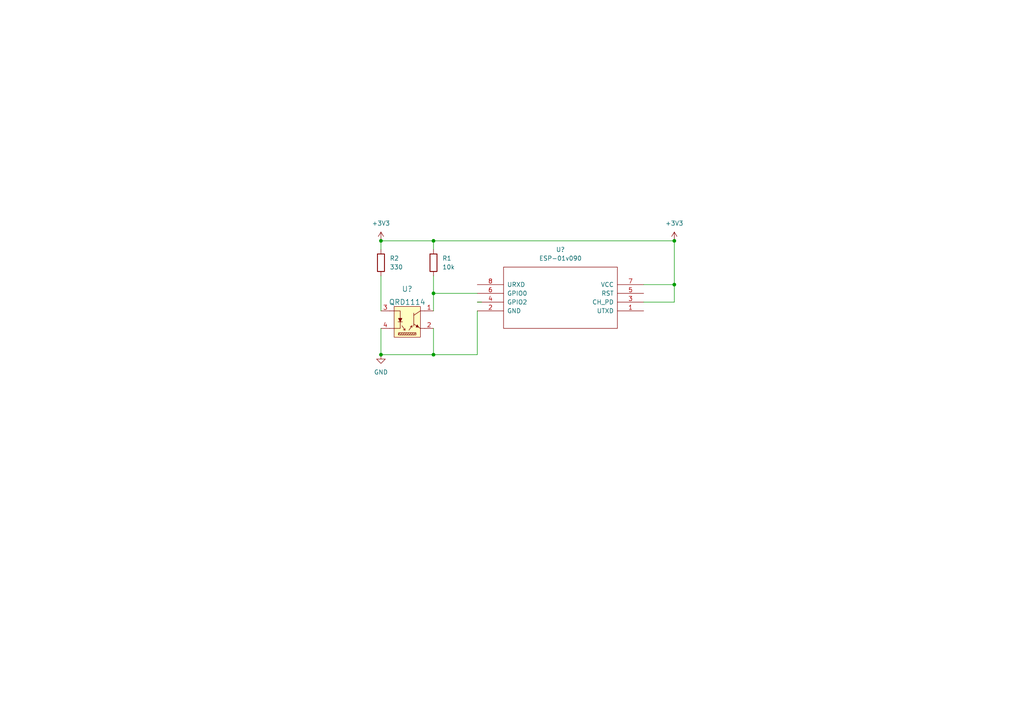
<source format=kicad_sch>
(kicad_sch (version 20211123) (generator eeschema)
  (paper "A4")
  (lib_symbols
    (symbol "Device:R" (pin_numbers hide) (pin_names (offset 0))
      (property "Reference" "R" (at 2.032 0 90))
      (property "Value" "R" (at 0 0 90))
      (symbol "R_0_1"
        (rectangle (start -1.016 -2.54) (end 1.016 2.54) (stroke (width 0.254)))
      )
      (symbol "R_1_1"
        (pin passive line (at 0 3.81 270) (length 1.27) (name "~") (number "1"))
        (pin passive line (at 0 -3.81 90) (length 1.27) (name "~") (number "2"))
      )
    )
    (symbol "ESP8266:ESP-01v090" (pin_names (offset 1.016))
      (property "Reference" "U" (at 0 -2.54 0))
      (property "Value" "ESP-01v090" (at 0 2.54 0))
      (symbol "ESP-01v090_1_0"
        (rectangle (start -16.51 -8.89) (end 16.51 8.89))
      )
      (symbol "ESP-01v090_1_1"
        (pin output line (at -24.13 3.81 0) (length 7.62) (name "UTXD") (number "1"))
        (pin power_in line (at 24.13 3.81 180) (length 7.62) (name "GND") (number "2"))
        (pin input line (at -24.13 1.27 0) (length 7.62) (name "CH_PD") (number "3"))
        (pin tri_state line (at 24.13 1.27 180) (length 7.62) (name "GPIO2") (number "4"))
        (pin input line (at -24.13 -1.27 0) (length 7.62) (name "RST") (number "5"))
        (pin tri_state line (at 24.13 -1.27 180) (length 7.62) (name "GPIO0") (number "6"))
        (pin power_in line (at -24.13 -3.81 0) (length 7.62) (name "VCC") (number "7"))
        (pin input line (at 24.13 -3.81 180) (length 7.62) (name "URXD") (number "8"))
      )
    )
    (symbol "dk_Optical-Sensors-Reflective-Analog-Output:QRD1114" (pin_names (offset 1.016))
      (property "Reference" "U" (at 0 5.08 0))
      (property "Value" "QRD1114" (at 0 -6.985 0))
      (symbol "QRD1114_0_1"
        (rectangle (start -3.81 3.81) (end 3.81 -5.08) (fill (type background)))
        (rectangle (start -2.54 -3.81) (end 2.54 -4.445))
        (polyline (pts (xy -2.667 -0.635) (xy -1.397 -0.635)))
        (polyline (pts (xy -2.54 -4.318) (xy -2.032 -3.81)))
        (polyline (pts (xy -2.032 -4.445) (xy -1.397 -3.81)))
        (polyline (pts (xy -1.524 -1.778) (xy -0.635 -3.048)))
        (polyline (pts (xy -1.397 -4.445) (xy -0.762 -3.81)))
        (polyline (pts (xy -0.762 -4.445) (xy -0.127 -3.81)))
        (polyline (pts (xy -0.635 -3.048) (xy -1.143 -2.921)))
        (polyline (pts (xy -0.635 -3.048) (xy -0.635 -2.54)))
        (polyline (pts (xy -0.127 -4.445) (xy 0.508 -3.81)))
        (polyline (pts (xy 0.508 -4.445) (xy 1.143 -3.81)))
        (polyline (pts (xy 0.508 -3.048) (xy 1.397 -1.778)))
        (polyline (pts (xy 1.143 -4.445) (xy 1.778 -3.81)))
        (polyline (pts (xy 1.397 -1.778) (xy 0.889 -2.032)))
        (polyline (pts (xy 1.397 -1.778) (xy 1.397 -2.286)))
        (polyline (pts (xy 1.778 -4.445) (xy 2.413 -3.81)))
        (polyline (pts (xy 1.905 -1.27) (xy 3.81 -2.54)))
        (polyline (pts (xy 1.905 1.905) (xy 1.905 -1.905)))
        (polyline (pts (xy 3.81 -2.54) (xy 5.08 -2.54)))
        (polyline (pts (xy 3.81 2.54) (xy 1.905 1.27)))
        (polyline (pts (xy 3.81 2.54) (xy 5.08 2.54)))
        (polyline (pts (xy -5.08 2.54) (xy -2.032 2.54) (xy -2.032 0.381)))
        (polyline (pts (xy -2.032 -0.635) (xy -2.032 -2.54) (xy -5.08 -2.54)))
        (polyline (pts (xy -2.54 0.381) (xy -1.524 0.381) (xy -2.032 -0.635) (xy -2.54 0.381)) (fill (type outline)))
        (polyline (pts (xy 2.921 -1.524) (xy 2.54 -2.159) (xy 3.302 -2.159) (xy 2.921 -1.524)) (fill (type outline)))
      )
      (symbol "QRD1114_1_1"
        (pin passive line (at 7.62 2.54 180) (length 2.54) (name "~") (number "1"))
        (pin passive line (at 7.62 -2.54 180) (length 2.54) (name "~") (number "2"))
        (pin passive line (at -7.62 2.54 0) (length 2.54) (name "~") (number "3"))
        (pin passive line (at -7.62 -2.54 0) (length 2.54) (name "~") (number "4"))
      )
    )
    (symbol "power:+3V3" (power) (pin_names (offset 0))
      (property "Value" "+3V3" (at 0 3.556 0))
      (symbol "+3V3_0_1"
        (polyline (pts (xy -0.762 1.27) (xy 0 2.54)))
        (polyline (pts (xy 0 0) (xy 0 2.54)))
        (polyline (pts (xy 0 2.54) (xy 0.762 1.27)))
      )
      (symbol "+3V3_1_1"
        (pin power_in line (at 0 0 90) (length 0) hide (name "+3V3") (number "1"))
      )
    )
    (symbol "power:GND" (power) (pin_names (offset 0))
      (property "Value" "GND" (at 0 -3.81 0))
      (symbol "GND_0_1"
        (polyline (pts (xy 0 0) (xy 0 -1.27) (xy 1.27 -1.27) (xy 0 -2.54) (xy -1.27 -1.27) (xy 0 -1.27)))
      )
      (symbol "GND_1_1"
        (pin power_in line (at 0 0 270) (length 0) hide (name "GND") (number "1"))
      )
    )
  )
  (junction (at 195.58 69.85))
  (junction (at 110.49 69.85))
  (junction (at 125.73 102.87))
  (junction (at 195.58 82.55))
  (junction (at 125.73 85.09))
  (junction (at 125.73 69.85))
  (junction (at 110.49 102.87))
  (wire (pts (xy 125.73 102.87) (xy 138.43 102.87)))
  (wire (pts (xy 138.43 87.63) (xy 139.7 87.63)))
  (wire (pts (xy 186.69 87.63) (xy 195.58 87.63)))
  (wire (pts (xy 125.73 85.09) (xy 138.43 85.09)))
  (wire (pts (xy 125.73 69.85) (xy 125.73 72.39)))
  (wire (pts (xy 195.58 82.55) (xy 186.69 82.55)))
  (wire (pts (xy 110.49 80.01) (xy 110.49 90.17)))
  (wire (pts (xy 110.49 69.85) (xy 110.49 72.39)))
  (wire (pts (xy 195.58 69.85) (xy 195.58 82.55)))
  (wire (pts (xy 125.73 85.09) (xy 125.73 90.17)))
  (wire (pts (xy 195.58 82.55) (xy 195.58 87.63)))
  (wire (pts (xy 110.49 95.25) (xy 110.49 102.87)))
  (wire (pts (xy 125.73 69.85) (xy 195.58 69.85)))
  (wire (pts (xy 110.49 69.85) (xy 125.73 69.85)))
  (wire (pts (xy 125.73 95.25) (xy 125.73 102.87)))
  (wire (pts (xy 138.43 102.87) (xy 138.43 90.17)))
  (wire (pts (xy 125.73 102.87) (xy 110.49 102.87)))
  (wire (pts (xy 125.73 80.01) (xy 125.73 85.09)))
  (symbol (lib_id "dk_Optical-Sensors-Reflective-Analog-Output:QRD1114") (at 118.11 92.71 0) (unit 1)
    (property "Reference" "U?" (at 118.11 83.82 0) (effects (font (size 1.524 1.524))))
    (property "Value" "QRD1114" (at 118.11 87.63 0) (effects (font (size 1.524 1.524))))
    (property "Footprint" "digikey-footprints:Reflective_Sensor_QRD1114" (effects hide))
    (property "Datasheet" "https://www.onsemi.com/pub/Collateral/QRD1114-D.pdf" (effects hide))
    (property "Digi-Key_PN" "QRD1114-ND" (effects hide))
    (property "MPN" "QRD1114" (effects hide))
    (property "Category" "Sensors, Transducers" (effects hide))
    (property "Family" "Optical Sensors - Reflective - Analog Output" (effects hide))
    (property "DK_Datasheet_Link" "https://www.onsemi.com/pub/Collateral/QRD1114-D.pdf" (effects hide))
    (property "DK_Detail_Page" "/product-detail/en/on-semiconductor/QRD1114/QRD1114-ND/187536" (effects hide))
    (property "Description" "SENSR OPTO TRANS 1.27MM REFL PCB" (effects hide))
    (property "Manufacturer" "ON Semiconductor" (effects hide))
    (property "Status" "Active" (effects hide))
  )
  (symbol (lib_id "power:+3V3") (at 195.58 69.85 0) (unit 1)
    (property "Reference" "#PWR?" (effects hide))
    (property "Value" "+3V3" (at 195.58 64.77 0))
  )
  (symbol (lib_id "ESP8266:ESP-01v090") (at 162.56 86.36 180) (unit 1)
    (property "Reference" "U?" (at 162.56 72.39 0))
    (property "Value" "ESP-01v090" (at 162.56 74.93 0))
  )
  (symbol (lib_id "power:GND") (at 110.49 102.87 0) (unit 1)
    (property "Reference" "#PWR?" (effects hide))
    (property "Value" "GND" (at 110.49 107.95 0))
  )
  (symbol (lib_id "Device:R") (at 125.73 76.2 0) (unit 1)
    (property "Reference" "R1" (at 128.27 74.9299 0) (effects (justify left)))
    (property "Value" "10k" (at 128.27 77.4699 0) (effects (justify left)))
  )
  (symbol (lib_id "Device:R") (at 110.49 76.2 0) (unit 1)
    (property "Reference" "R2" (at 113.03 74.9299 0) (effects (justify left)))
    (property "Value" "330" (at 113.03 77.4699 0) (effects (justify left)))
  )
  (symbol (lib_id "power:+3V3") (at 110.49 69.85 0) (unit 1)
    (property "Reference" "#PWR?" (effects hide))
    (property "Value" "+3V3" (at 110.49 64.77 0))
  )
)
</source>
